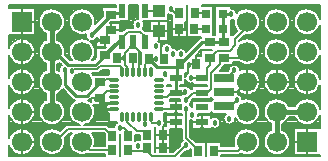
<source format=gtl>
G04 DipTrace Beta 2.3.5.2*
%INLulfroMini.GTL*%
%MOIN*%
%ADD13C,0.015*%
%ADD14C,0.01*%
%ADD15C,0.012*%
%ADD16C,0.006*%
%ADD18C,0.007*%
%ADD23R,0.0354X0.0276*%
%ADD24R,0.0276X0.0354*%
%ADD27R,0.0394X0.0433*%
%ADD28R,0.0315X0.0315*%
%ADD29R,0.0217X0.0472*%
%ADD30R,0.0669X0.0669*%
%ADD31C,0.0669*%
%ADD33O,0.0335X0.0118*%
%ADD34O,0.0118X0.0335*%
%ADD36R,0.0433X0.0236*%
%ADD41C,0.018*%
%FSLAX44Y44*%
G04*
G70*
G90*
G75*
G01*
%LNTop*%
%LPD*%
X1625Y3625D2*
D14*
X1710Y3540D1*
Y3650D1*
X2180Y3180D1*
X3080D1*
X3290Y3390D1*
Y3508D1*
X3400D1*
D15*
X3852Y3960D1*
X3970D1*
D16*
X4020Y4010D1*
Y4160D1*
X4150Y4290D1*
X4560D1*
X4718Y4132D1*
Y3960D1*
X9125Y625D2*
D13*
Y1625D1*
X10125D1*
X1625Y4625D2*
Y3625D1*
Y2625D1*
Y1625D1*
X2625Y625D2*
D16*
X2890Y360D1*
X3638D1*
X4150D2*
Y300D1*
X4808D1*
Y410D1*
Y312D2*
X4970Y150D1*
X5740D1*
X6090Y500D1*
X4152Y820D2*
X4180D1*
Y950D1*
X4040Y1090D1*
X3890D1*
X3600Y4350D2*
X3470Y4220D1*
Y4020D1*
X3400D1*
X5190Y4311D2*
Y4320D1*
X5510D1*
X5562Y4372D1*
Y4390D1*
X5870D1*
X3694Y1710D2*
D14*
X3220D1*
Y1907D1*
X3694D1*
Y2301D2*
D16*
Y2300D1*
X3480D1*
X3220Y2040D1*
Y1907D1*
X5750Y1766D2*
Y1740D1*
Y1540D1*
Y1274D1*
X5190Y1710D2*
X5690D1*
X5720Y1740D1*
X5750D1*
X5320Y410D2*
Y850D1*
X7375Y2278D2*
X7788D1*
X8125Y2615D1*
Y2625D1*
X9125D1*
X10125D1*
X4540Y2950D2*
Y3660D1*
X4344Y3856D1*
Y3960D1*
X5370Y3390D2*
X5280Y3480D1*
Y3910D1*
X5190Y4000D1*
Y4311D1*
X5750Y1540D2*
D3*
X4147Y2950D2*
X4140Y2957D1*
Y3100D1*
X4060Y3180D1*
Y3420D1*
X4040D1*
X4060D2*
Y3590D1*
X4344Y3874D1*
Y3960D1*
X3110Y2050D2*
X3154Y2094D1*
X3224D1*
X3220Y1907D2*
Y2090D1*
X3110D1*
Y2050D1*
X4040Y3420D2*
D14*
X3808D1*
X6090Y4550D2*
X6050D1*
Y4390D1*
X5870D1*
X3140Y4020D2*
X3400D1*
X5610Y5040D2*
D16*
X5880Y4770D1*
Y4920D1*
X3950Y2950D2*
Y3080D1*
X3890Y3140D1*
X3240D1*
X3140Y3040D1*
X2370D1*
X2310Y2980D1*
X2300D1*
X8125Y625D2*
X7830Y330D1*
X7022D1*
X6392Y4920D2*
X6750D1*
Y4875D1*
X4147Y1454D2*
Y1293D1*
X4450Y990D1*
X4668D1*
X4808Y850D1*
X4344Y2950D2*
Y3396D1*
X4320Y3420D1*
X6382Y4390D2*
X6750D1*
Y4375D1*
X4718Y4984D2*
X5186D1*
X5190Y4980D1*
X1625Y625D2*
X1735D1*
X2160Y1050D1*
X3410D1*
X3640Y820D1*
X7710Y3000D2*
X7720D1*
X7375Y2655D1*
Y2750D1*
X7790Y2010D2*
X7550Y1770D1*
X7440D1*
Y1740D1*
X7375Y1805D1*
X6510Y330D2*
X6520D1*
X6110Y740D1*
Y1710D1*
X4737Y1454D2*
X4720D1*
Y1200D1*
X8125Y4625D2*
Y4435D1*
X7730Y4040D1*
Y3840D1*
X7550Y3660D1*
X7140D1*
X6900Y3420D1*
Y3190D1*
X6800Y3090D1*
Y2820D1*
X6730Y2750D1*
X6616D1*
X6270D1*
X7380Y3420D2*
X7920D1*
X8125Y3625D1*
X7380Y3420D2*
X7240D1*
Y3210D1*
X6930Y2900D1*
Y2380D1*
X6800Y2250D1*
X6624D1*
X6616Y2258D1*
X6338D1*
X6090Y2010D1*
X5190Y1260D2*
X4980D1*
X4934Y1306D1*
Y1454D1*
X3600Y4862D2*
D14*
X3658Y4920D1*
X3970D1*
Y4984D1*
X5750Y2750D2*
Y2258D1*
X5910Y3210D2*
X5800Y3100D1*
Y2750D1*
X5750D1*
X4858Y3390D2*
D16*
X4920D1*
X4737Y3207D1*
Y2950D1*
X7341Y4875D2*
D14*
Y4375D1*
X5190Y2104D2*
D16*
X5454D1*
X5608Y2258D1*
X5750D1*
X6070Y2290D2*
D14*
X6038Y2258D1*
X5750D1*
X4858Y3390D2*
X5148Y3100D1*
X5800D1*
X5910Y3210D2*
X6632Y3932D1*
X6900D1*
X7600Y4870D2*
D16*
X7595Y4875D1*
D14*
X7341D1*
X5910Y3210D2*
X5890D1*
X3600Y4862D2*
X2950Y4212D1*
Y4170D1*
X5090Y3390D2*
D16*
X4858D1*
X2060Y3010D2*
D14*
Y2520D1*
X2420Y2160D1*
X2790D1*
X3170Y2540D1*
X3224D1*
Y2606D1*
X3694Y2694D2*
D16*
X3688Y2700D1*
X3430D1*
X3336Y2606D1*
X3224D1*
X6900Y3932D2*
D14*
X7380D1*
D16*
X7341Y3971D1*
D14*
Y4375D1*
X5090Y3390D2*
X4858D1*
D41*
X6090Y500D3*
X3890Y1090D3*
X7545Y1395D3*
X6298Y1530D3*
X7050Y1260D3*
X4511Y4531D3*
X5610Y5040D3*
X2300Y2980D3*
X7790Y2010D3*
X6110Y1710D3*
X5102Y3800D3*
X5460Y3710D3*
X5680Y3550D3*
X4720Y1200D3*
X6270Y2750D3*
X4720Y1200D3*
X6090Y2010D3*
X5190Y1260D3*
X4511Y490D3*
X5930Y3540D3*
X6070Y2290D3*
X5890Y3210D3*
X2950Y4170D3*
X2060Y3010D3*
X2950Y4170D3*
X7710Y3000D3*
X7600Y4870D3*
X5090Y3390D3*
X6190Y3190D3*
X3090Y5090D3*
X4040Y3420D3*
X3140Y4020D3*
X6090Y4550D3*
X5750Y1540D3*
X6620Y1040D3*
X3040Y1330D3*
X4460Y5050D3*
X3110Y2050D3*
X5600Y380D3*
X7090Y690D3*
X6290Y2500D3*
X202Y5111D2*
D18*
X3748D1*
X4193D2*
X4495D1*
X7022D2*
X7068D1*
X7613D2*
X10549D1*
X1074Y5043D2*
X1473D1*
X1778D2*
X2472D1*
X2777D2*
X3308D1*
X4193D2*
X4495D1*
X7022D2*
X7068D1*
X7703D2*
X7973D1*
X8278D2*
X8972D1*
X9277D2*
X9972D1*
X10278D2*
X10549D1*
X1074Y4974D2*
X1346D1*
X1903D2*
X2347D1*
X2904D2*
X3308D1*
X4193D2*
X4495D1*
X7022D2*
X7068D1*
X7776D2*
X7846D1*
X8403D2*
X8847D1*
X9404D2*
X9846D1*
X10404D2*
X10549D1*
X1074Y4905D2*
X1276D1*
X1974D2*
X2275D1*
X2974D2*
X3308D1*
X4193D2*
X4495D1*
X7022D2*
X7068D1*
X8475D2*
X8776D1*
X9474D2*
X9775D1*
X10474D2*
X10549D1*
X1074Y4837D2*
X1230D1*
X2020D2*
X2229D1*
X3020D2*
X3308D1*
X4193D2*
X4495D1*
X5502D2*
X5611D1*
X7022D2*
X7068D1*
X8521D2*
X8730D1*
X9520D2*
X9729D1*
X10521D2*
X10549D1*
X1074Y4768D2*
X1199D1*
X2051D2*
X2199D1*
X3051D2*
X3276D1*
X4193D2*
X4495D1*
X5502D2*
X5628D1*
X7022D2*
X7068D1*
X8551D2*
X8699D1*
X9551D2*
X9700D1*
X1074Y4699D2*
X1182D1*
X2068D2*
X2182D1*
X3068D2*
X3207D1*
X4193D2*
X4401D1*
X5502D2*
X5628D1*
X7022D2*
X7068D1*
X8568D2*
X8682D1*
X9568D2*
X9682D1*
X1074Y4630D2*
X1176D1*
X2074D2*
X2176D1*
X3075D2*
X3138D1*
X3892D2*
X4333D1*
X4689D2*
X4879D1*
X5502D2*
X5618D1*
X7022D2*
X7068D1*
X7613D2*
X7675D1*
X8574D2*
X8676D1*
X9574D2*
X9676D1*
X1074Y4562D2*
X1181D1*
X2070D2*
X2180D1*
X3892D2*
X4309D1*
X4713D2*
X4879D1*
X5502D2*
X5618D1*
X7022D2*
X7068D1*
X7613D2*
X7681D1*
X8570D2*
X8680D1*
X9569D2*
X9680D1*
X1074Y4493D2*
X1196D1*
X2054D2*
X2196D1*
X3892D2*
X4310D1*
X4712D2*
X4879D1*
X5502D2*
X5618D1*
X7022D2*
X7068D1*
X7613D2*
X7696D1*
X8554D2*
X8696D1*
X9554D2*
X9695D1*
X1074Y4424D2*
X1223D1*
X2026D2*
X2224D1*
X3892D2*
X4113D1*
X4685D2*
X4879D1*
X5502D2*
X5618D1*
X7022D2*
X7068D1*
X7613D2*
X7723D1*
X8526D2*
X8724D1*
X9527D2*
X9724D1*
X10526D2*
X10549D1*
X1074Y4356D2*
X1267D1*
X1983D2*
X2267D1*
X3892D2*
X4014D1*
X4696D2*
X4879D1*
X5502D2*
X5618D1*
X7022D2*
X7068D1*
X7613D2*
X7767D1*
X8483D2*
X8767D1*
X9483D2*
X9768D1*
X10483D2*
X10549D1*
X1074Y4287D2*
X1333D1*
X1918D2*
X2332D1*
X5502D2*
X5618D1*
X7022D2*
X7068D1*
X7613D2*
X7776D1*
X8418D2*
X8832D1*
X9417D2*
X9832D1*
X10417D2*
X10549D1*
X1074Y4218D2*
X1435D1*
X1815D2*
X2444D1*
X5502D2*
X5618D1*
X7022D2*
X7068D1*
X7613D2*
X7707D1*
X8306D2*
X8944D1*
X9306D2*
X9944D1*
X10306D2*
X10549D1*
X202Y4150D2*
X1435D1*
X1815D2*
X2747D1*
X5502D2*
X5618D1*
X8041D2*
X10549D1*
X202Y4081D2*
X1435D1*
X1815D2*
X2767D1*
X5502D2*
X6574D1*
X7973D2*
X10549D1*
X202Y4012D2*
X404D1*
X846D2*
X1405D1*
X1845D2*
X2404D1*
X3076D2*
X3108D1*
X5502D2*
X6482D1*
X8346D2*
X8905D1*
X9345D2*
X9904D1*
X10346D2*
X10549D1*
X202Y3944D2*
X311D1*
X939D2*
X1311D1*
X1938D2*
X2312D1*
X2939D2*
X3108D1*
X5245D2*
X6414D1*
X8438D2*
X8812D1*
X9439D2*
X9811D1*
X10439D2*
X10549D1*
X202Y3875D2*
X253D1*
X997D2*
X1253D1*
X1997D2*
X2254D1*
X2997D2*
X3108D1*
X5292D2*
X5344D1*
X5576D2*
X6345D1*
X8496D2*
X8753D1*
X9497D2*
X9753D1*
X10497D2*
X10549D1*
X1036Y3806D2*
X1214D1*
X2036D2*
X2214D1*
X3035D2*
X3108D1*
X5640D2*
X6276D1*
X8536D2*
X8714D1*
X9536D2*
X9714D1*
X1060Y3738D2*
X1190D1*
X2060D2*
X2190D1*
X3059D2*
X3108D1*
X5749D2*
X5917D1*
X5943D2*
X6207D1*
X8560D2*
X8690D1*
X9560D2*
X9690D1*
X1072Y3669D2*
X1178D1*
X2072D2*
X2178D1*
X3073D2*
X3107D1*
X6087D2*
X6139D1*
X6599D2*
X6947D1*
X8572D2*
X8678D1*
X9572D2*
X9678D1*
X1073Y3600D2*
X1176D1*
X2074D2*
X2176D1*
X3074D2*
X3108D1*
X4572D2*
X4606D1*
X6530D2*
X6608D1*
X8574D2*
X8676D1*
X9574D2*
X9677D1*
X1064Y3531D2*
X1186D1*
X2064D2*
X2186D1*
X3064D2*
X3108D1*
X4572D2*
X4606D1*
X6461D2*
X6608D1*
X8564D2*
X8686D1*
X9564D2*
X9686D1*
X1044Y3463D2*
X1207D1*
X2128D2*
X2207D1*
X3043D2*
X3108D1*
X4572D2*
X4606D1*
X8543D2*
X8707D1*
X9543D2*
X9706D1*
X202Y3394D2*
X241D1*
X1010D2*
X1241D1*
X2195D2*
X2240D1*
X3009D2*
X3064D1*
X4572D2*
X4606D1*
X8510D2*
X8741D1*
X9509D2*
X9740D1*
X10509D2*
X10549D1*
X202Y3325D2*
X292D1*
X957D2*
X1292D1*
X4572D2*
X4606D1*
X8457D2*
X8793D1*
X9458D2*
X9793D1*
X10458D2*
X10549D1*
X202Y3257D2*
X373D1*
X877D2*
X1373D1*
X4572D2*
X4602D1*
X7672D2*
X7873D1*
X8377D2*
X8873D1*
X9377D2*
X9873D1*
X10377D2*
X10549D1*
X202Y3188D2*
X549D1*
X700D2*
X1435D1*
X1815D2*
X1942D1*
X7778D2*
X8049D1*
X8201D2*
X9049D1*
X9201D2*
X10050D1*
X10201D2*
X10549D1*
X202Y3119D2*
X1435D1*
X1815D2*
X1888D1*
X7350D2*
X7545D1*
X7874D2*
X10549D1*
X202Y3051D2*
X498D1*
X752D2*
X1435D1*
X1815D2*
X1859D1*
X7282D2*
X7512D1*
X7908D2*
X7998D1*
X8253D2*
X8998D1*
X9252D2*
X9998D1*
X10252D2*
X10549D1*
X202Y2982D2*
X357D1*
X893D2*
X1357D1*
X3284D2*
X3528D1*
X8394D2*
X8857D1*
X9393D2*
X9857D1*
X10393D2*
X10549D1*
X202Y2913D2*
X283D1*
X967D2*
X1282D1*
X3201D2*
X3528D1*
X5362D2*
X5419D1*
X6081D2*
X6152D1*
X8467D2*
X8782D1*
X9468D2*
X9783D1*
X10467D2*
X10549D1*
X202Y2845D2*
X234D1*
X1016D2*
X1234D1*
X5377D2*
X5419D1*
X8516D2*
X8734D1*
X9516D2*
X9734D1*
X10516D2*
X10549D1*
X1048Y2776D2*
X1202D1*
X8548D2*
X8702D1*
X9548D2*
X9702D1*
X1067Y2707D2*
X1184D1*
X8566D2*
X8684D1*
X9566D2*
X9683D1*
X1074Y2639D2*
X1176D1*
X8574D2*
X8676D1*
X9574D2*
X9676D1*
X1071Y2570D2*
X1179D1*
X6081D2*
X6181D1*
X8571D2*
X8679D1*
X9571D2*
X9679D1*
X1057Y2501D2*
X1194D1*
X5472D2*
X5585D1*
X5915D2*
X6785D1*
X8557D2*
X8694D1*
X9556D2*
X9693D1*
X1031Y2432D2*
X1220D1*
X6214D2*
X6285D1*
X8530D2*
X8720D1*
X9530D2*
X9719D1*
X202Y2364D2*
X261D1*
X989D2*
X1262D1*
X8489D2*
X8761D1*
X9488D2*
X9761D1*
X10489D2*
X10549D1*
X202Y2295D2*
X323D1*
X927D2*
X1324D1*
X1926D2*
X2054D1*
X8426D2*
X8824D1*
X9426D2*
X9823D1*
X10427D2*
X10549D1*
X202Y2226D2*
X426D1*
X824D2*
X1427D1*
X1823D2*
X2123D1*
X7824D2*
X7926D1*
X8324D2*
X8927D1*
X9323D2*
X9926D1*
X10324D2*
X10549D1*
X202Y2158D2*
X1435D1*
X1815D2*
X2192D1*
X7929D2*
X10549D1*
X202Y2089D2*
X1435D1*
X1815D2*
X2261D1*
X7978D2*
X10549D1*
X202Y2020D2*
X419D1*
X830D2*
X1420D1*
X1830D2*
X2340D1*
X2870D2*
X2933D1*
X5572D2*
X5886D1*
X6302D2*
X6959D1*
X8330D2*
X8920D1*
X9330D2*
X9920D1*
X10331D2*
X10549D1*
X202Y1952D2*
X320D1*
X930D2*
X1319D1*
X1931D2*
X2320D1*
X8430D2*
X8819D1*
X9431D2*
X9820D1*
X10430D2*
X10549D1*
X202Y1883D2*
X259D1*
X991D2*
X1258D1*
X1991D2*
X2259D1*
X6249D2*
X6285D1*
X8491D2*
X8759D1*
X9492D2*
X9759D1*
X10491D2*
X10549D1*
X1032Y1814D2*
X1218D1*
X2031D2*
X2219D1*
X3032D2*
X3440D1*
X8531D2*
X8719D1*
X9532D2*
X9718D1*
X1058Y1746D2*
X1193D1*
X2058D2*
X2192D1*
X3057D2*
X3416D1*
X8558D2*
X8692D1*
X1071Y1677D2*
X1178D1*
X2072D2*
X2179D1*
X3071D2*
X3415D1*
X8571D2*
X8678D1*
X1074Y1608D2*
X1176D1*
X2074D2*
X2176D1*
X3074D2*
X3447D1*
X8574D2*
X8676D1*
X1066Y1540D2*
X1184D1*
X2066D2*
X2184D1*
X3066D2*
X3528D1*
X5362D2*
X5966D1*
X6503D2*
X7403D1*
X8566D2*
X8684D1*
X1047Y1471D2*
X1204D1*
X2047D2*
X2203D1*
X3046D2*
X3528D1*
X5362D2*
X5419D1*
X6948D2*
X7356D1*
X8547D2*
X8703D1*
X202Y1402D2*
X236D1*
X1014D2*
X1236D1*
X2014D2*
X2236D1*
X3015D2*
X3528D1*
X5362D2*
X5419D1*
X7194D2*
X7341D1*
X8514D2*
X8736D1*
X9514D2*
X9736D1*
X10514D2*
X10549D1*
X202Y1333D2*
X285D1*
X965D2*
X1286D1*
X1965D2*
X2285D1*
X2964D2*
X3528D1*
X5380D2*
X5419D1*
X7241D2*
X7350D1*
X7740D2*
X7786D1*
X8465D2*
X8785D1*
X9464D2*
X9785D1*
X10465D2*
X10549D1*
X202Y1265D2*
X361D1*
X888D2*
X1361D1*
X1889D2*
X2362D1*
X2889D2*
X3790D1*
X5395D2*
X5419D1*
X6254D2*
X6285D1*
X7255D2*
X7390D1*
X7700D2*
X7861D1*
X8388D2*
X8861D1*
X9389D2*
X9862D1*
X10389D2*
X10549D1*
X202Y1196D2*
X510D1*
X741D2*
X1510D1*
X1740D2*
X2509D1*
X2740D2*
X3716D1*
X5384D2*
X5420D1*
X6254D2*
X6285D1*
X7244D2*
X8010D1*
X8241D2*
X8935D1*
X9315D2*
X10009D1*
X10240D2*
X10549D1*
X202Y1127D2*
X2036D1*
X3534D2*
X3689D1*
X6254D2*
X6285D1*
X7204D2*
X8935D1*
X9315D2*
X10549D1*
X202Y1059D2*
X531D1*
X719D2*
X1532D1*
X1718D2*
X1967D1*
X6254D2*
X6285D1*
X6948D2*
X8032D1*
X8219D2*
X8935D1*
X9315D2*
X9676D1*
X202Y990D2*
X368D1*
X882D2*
X1369D1*
X5573D2*
X5966D1*
X6254D2*
X7868D1*
X8382D2*
X8869D1*
X9381D2*
X9676D1*
X202Y921D2*
X289D1*
X961D2*
X1290D1*
X5573D2*
X5966D1*
X6254D2*
X7790D1*
X8460D2*
X8790D1*
X9460D2*
X9676D1*
X202Y853D2*
X239D1*
X1011D2*
X1239D1*
X2165D2*
X2239D1*
X3011D2*
X3388D1*
X4405D2*
X4434D1*
X5573D2*
X5966D1*
X6254D2*
X7739D1*
X8511D2*
X8738D1*
X9511D2*
X9676D1*
X1045Y784D2*
X1206D1*
X2096D2*
X2205D1*
X3045D2*
X3388D1*
X4405D2*
X4556D1*
X5573D2*
X5966D1*
X6267D2*
X7705D1*
X8545D2*
X8706D1*
X9544D2*
X9676D1*
X1066Y715D2*
X1185D1*
X2065D2*
X2185D1*
X3065D2*
X3388D1*
X4405D2*
X4556D1*
X5573D2*
X5968D1*
X6336D2*
X7685D1*
X8565D2*
X8685D1*
X9565D2*
X9676D1*
X1074Y647D2*
X1176D1*
X2074D2*
X2176D1*
X3074D2*
X3388D1*
X5573D2*
X5950D1*
X6405D2*
X7676D1*
X8574D2*
X8676D1*
X9574D2*
X9676D1*
X1072Y578D2*
X1178D1*
X2072D2*
X2178D1*
X3071D2*
X3386D1*
X5573D2*
X5901D1*
X7275D2*
X7679D1*
X8572D2*
X8678D1*
X9572D2*
X9676D1*
X1059Y509D2*
X1192D1*
X2059D2*
X2191D1*
X3059D2*
X3386D1*
X5573D2*
X5886D1*
X7275D2*
X7691D1*
X8559D2*
X8691D1*
X9558D2*
X9676D1*
X1034Y441D2*
X1216D1*
X2033D2*
X2216D1*
X5573D2*
X5829D1*
X8534D2*
X8717D1*
X9534D2*
X9676D1*
X202Y372D2*
X255D1*
X994D2*
X1255D1*
X1995D2*
X2256D1*
X5573D2*
X5760D1*
X8494D2*
X8755D1*
X9495D2*
X9676D1*
X202Y303D2*
X314D1*
X935D2*
X1315D1*
X1935D2*
X2315D1*
X5573D2*
X5691D1*
X6115D2*
X6258D1*
X8435D2*
X8815D1*
X9435D2*
X9676D1*
X202Y234D2*
X411D1*
X840D2*
X1410D1*
X1840D2*
X2410D1*
X6026D2*
X6258D1*
X8340D2*
X8910D1*
X9340D2*
X9676D1*
X202Y166D2*
X3386D1*
X5958D2*
X6258D1*
X7275D2*
X10549D1*
X3429Y3774D2*
X3115D1*
Y4061D1*
X3100Y4041D1*
X3075Y4017D1*
X3046Y3997D1*
X3015Y3983D1*
X2981Y3975D1*
X2946Y3972D1*
X2911Y3976D1*
X2883Y3984D1*
X2925Y3950D1*
X2973Y3899D1*
X3011Y3840D1*
X3041Y3777D1*
X3059Y3709D1*
X3067Y3640D1*
X3066Y3590D1*
X3055Y3521D1*
X3033Y3455D1*
X3001Y3392D1*
X2962Y3339D1*
X3015Y3338D1*
X3115Y3438D1*
Y3754D1*
X3409D1*
X3557Y4596D2*
X3885D1*
Y4304D1*
X3969D1*
X4053Y4387D1*
X4080Y4409D1*
X4112Y4423D1*
X4150Y4428D1*
X4341D1*
X4323Y4471D1*
X4315Y4505D1*
X4313Y4540D1*
X4318Y4574D1*
X4329Y4608D1*
X4345Y4638D1*
X4366Y4666D1*
X4392Y4689D1*
X4422Y4708D1*
X4455Y4721D1*
X4489Y4728D1*
X4503D1*
X4502Y4850D1*
Y5181D1*
X4430Y5180D1*
X4186D1*
Y4640D1*
X3885D1*
Y4616D1*
X3578D1*
X3556Y4595D1*
X3350Y5107D2*
X3754D1*
Y5181D1*
X3590Y5180D1*
X195D1*
X197Y5067D1*
X1067D1*
Y4183D1*
X195D1*
X196Y3732D1*
X213Y3785D1*
X236Y3836D1*
X266Y3883D1*
X301Y3927D1*
X342Y3965D1*
X387Y3998D1*
X436Y4025D1*
X488Y4046D1*
X543Y4060D1*
X598Y4067D1*
X654Y4066D1*
X710Y4059D1*
X764Y4045D1*
X816Y4024D1*
X864Y3997D1*
X910Y3964D1*
X950Y3925D1*
X985Y3882D1*
X1015Y3834D1*
X1038Y3783D1*
X1055Y3730D1*
X1065Y3675D1*
X1067Y3618D1*
X1063Y3562D1*
X1052Y3507D1*
X1033Y3455D1*
X1009Y3404D1*
X978Y3358D1*
X941Y3315D1*
X899Y3278D1*
X853Y3246D1*
X804Y3220D1*
X751Y3201D1*
X697Y3188D1*
X641Y3183D1*
X585Y3184D1*
X530Y3193D1*
X476Y3208D1*
X425Y3231D1*
X376Y3259D1*
X332Y3293D1*
X293Y3333D1*
X258Y3377D1*
X230Y3425D1*
X208Y3477D1*
X195Y3522D1*
X196Y2732D1*
X213Y2785D1*
X236Y2836D1*
X266Y2883D1*
X301Y2927D1*
X342Y2965D1*
X387Y2998D1*
X436Y3025D1*
X488Y3046D1*
X543Y3060D1*
X598Y3067D1*
X654Y3066D1*
X710Y3059D1*
X764Y3045D1*
X816Y3024D1*
X864Y2997D1*
X910Y2964D1*
X950Y2925D1*
X985Y2882D1*
X1015Y2834D1*
X1038Y2783D1*
X1055Y2730D1*
X1065Y2675D1*
X1067Y2618D1*
X1063Y2562D1*
X1052Y2507D1*
X1033Y2455D1*
X1009Y2404D1*
X978Y2358D1*
X941Y2315D1*
X899Y2278D1*
X853Y2246D1*
X804Y2220D1*
X751Y2201D1*
X697Y2188D1*
X641Y2183D1*
X585Y2184D1*
X530Y2193D1*
X476Y2208D1*
X425Y2231D1*
X376Y2259D1*
X332Y2293D1*
X293Y2333D1*
X258Y2377D1*
X230Y2425D1*
X208Y2477D1*
X195Y2520D1*
X196Y1732D1*
X213Y1785D1*
X236Y1836D1*
X266Y1883D1*
X301Y1927D1*
X342Y1965D1*
X387Y1998D1*
X436Y2025D1*
X488Y2046D1*
X543Y2060D1*
X598Y2067D1*
X654Y2066D1*
X710Y2059D1*
X764Y2045D1*
X816Y2024D1*
X864Y1997D1*
X910Y1964D1*
X950Y1925D1*
X985Y1882D1*
X1015Y1834D1*
X1038Y1783D1*
X1055Y1730D1*
X1065Y1675D1*
X1067Y1618D1*
X1063Y1562D1*
X1052Y1507D1*
X1033Y1455D1*
X1009Y1404D1*
X978Y1358D1*
X941Y1315D1*
X899Y1278D1*
X853Y1246D1*
X804Y1220D1*
X751Y1201D1*
X697Y1188D1*
X641Y1183D1*
X585Y1184D1*
X530Y1193D1*
X476Y1208D1*
X425Y1231D1*
X376Y1259D1*
X332Y1293D1*
X293Y1333D1*
X258Y1377D1*
X230Y1425D1*
X208Y1477D1*
X195Y1522D1*
X196Y732D1*
X213Y785D1*
X236Y836D1*
X266Y883D1*
X301Y927D1*
X342Y965D1*
X387Y998D1*
X436Y1025D1*
X488Y1046D1*
X543Y1060D1*
X598Y1067D1*
X654Y1066D1*
X710Y1059D1*
X764Y1045D1*
X816Y1024D1*
X864Y997D1*
X910Y964D1*
X950Y925D1*
X985Y882D1*
X1015Y834D1*
X1038Y783D1*
X1055Y730D1*
X1065Y675D1*
X1067Y618D1*
X1063Y562D1*
X1052Y507D1*
X1033Y455D1*
X1009Y404D1*
X978Y358D1*
X941Y315D1*
X899Y278D1*
X853Y246D1*
X804Y220D1*
X751Y201D1*
X697Y188D1*
X641Y183D1*
X585Y184D1*
X530Y193D1*
X476Y208D1*
X425Y231D1*
X376Y259D1*
X332Y293D1*
X293Y333D1*
X258Y377D1*
X230Y425D1*
X208Y477D1*
X195Y522D1*
Y145D1*
X3393D1*
Y223D1*
X2890Y222D1*
X2854Y227D1*
X2823Y229D1*
X2758Y203D1*
X2690Y187D1*
X2620Y183D1*
X2550Y189D1*
X2483Y206D1*
X2418Y234D1*
X2359Y271D1*
X2307Y318D1*
X2262Y371D1*
X2227Y432D1*
X2202Y497D1*
X2187Y565D1*
X2183Y635D1*
X2190Y705D1*
X2208Y772D1*
X2236Y836D1*
X2274Y895D1*
X2289Y912D1*
X2217D1*
X2051Y746D1*
X2065Y675D1*
X2067Y625D1*
X2062Y555D1*
X2045Y487D1*
X2019Y423D1*
X1982Y363D1*
X1936Y310D1*
X1883Y265D1*
X1823Y229D1*
X1758Y203D1*
X1690Y187D1*
X1620Y183D1*
X1550Y189D1*
X1483Y206D1*
X1418Y234D1*
X1359Y271D1*
X1307Y318D1*
X1262Y371D1*
X1227Y432D1*
X1202Y497D1*
X1187Y565D1*
X1183Y635D1*
X1190Y705D1*
X1208Y772D1*
X1236Y836D1*
X1274Y895D1*
X1321Y947D1*
X1376Y990D1*
X1436Y1025D1*
X1502Y1050D1*
X1570Y1064D1*
X1640Y1067D1*
X1710Y1059D1*
X1777Y1041D1*
X1840Y1011D1*
X1892Y977D1*
X2063Y1147D1*
X2090Y1169D1*
X2122Y1183D1*
X2160Y1188D1*
X2550Y1189D1*
X2483Y1206D1*
X2418Y1234D1*
X2359Y1271D1*
X2307Y1318D1*
X2262Y1371D1*
X2227Y1432D1*
X2202Y1497D1*
X2187Y1565D1*
X2183Y1635D1*
X2190Y1705D1*
X2208Y1772D1*
X2236Y1836D1*
X2274Y1895D1*
X2321Y1947D1*
X2376Y1990D1*
X2397Y2004D1*
X2352Y2017D1*
X2313Y2044D1*
X1986Y2371D1*
X1960Y2336D1*
X1910Y2287D1*
X1853Y2246D1*
X1808Y2222D1*
X1809Y2027D1*
X1870Y1993D1*
X1925Y1950D1*
X1973Y1899D1*
X2011Y1840D1*
X2041Y1777D1*
X2059Y1709D1*
X2067Y1640D1*
X2066Y1590D1*
X2055Y1521D1*
X2033Y1455D1*
X2001Y1392D1*
X1960Y1336D1*
X1910Y1287D1*
X1853Y1246D1*
X1791Y1215D1*
X1724Y1194D1*
X1655Y1184D1*
X1585D1*
X1516Y1196D1*
X1450Y1219D1*
X1388Y1251D1*
X1332Y1293D1*
X1284Y1344D1*
X1244Y1401D1*
X1213Y1464D1*
X1193Y1531D1*
X1183Y1600D1*
X1185Y1670D1*
X1197Y1739D1*
X1221Y1805D1*
X1254Y1866D1*
X1297Y1922D1*
X1347Y1970D1*
X1405Y2009D1*
X1443Y2028D1*
X1442Y2150D1*
Y2223D1*
X1388Y2251D1*
X1332Y2293D1*
X1284Y2344D1*
X1244Y2401D1*
X1213Y2464D1*
X1193Y2531D1*
X1183Y2600D1*
X1185Y2670D1*
X1197Y2739D1*
X1221Y2805D1*
X1254Y2866D1*
X1297Y2922D1*
X1347Y2970D1*
X1405Y3009D1*
X1443Y3028D1*
X1442Y3150D1*
Y3223D1*
X1388Y3251D1*
X1332Y3293D1*
X1284Y3344D1*
X1244Y3401D1*
X1213Y3464D1*
X1193Y3531D1*
X1183Y3600D1*
X1185Y3670D1*
X1197Y3739D1*
X1221Y3805D1*
X1254Y3866D1*
X1297Y3922D1*
X1347Y3970D1*
X1405Y4009D1*
X1443Y4028D1*
X1442Y4150D1*
Y4223D1*
X1388Y4251D1*
X1332Y4293D1*
X1284Y4344D1*
X1244Y4401D1*
X1213Y4464D1*
X1193Y4531D1*
X1183Y4600D1*
X1185Y4670D1*
X1197Y4739D1*
X1221Y4805D1*
X1254Y4866D1*
X1297Y4922D1*
X1347Y4970D1*
X1405Y5009D1*
X1468Y5039D1*
X1536Y5058D1*
X1605Y5067D1*
X1675Y5065D1*
X1744Y5051D1*
X1809Y5027D1*
X1870Y4993D1*
X1925Y4950D1*
X1973Y4899D1*
X2011Y4840D1*
X2041Y4777D1*
X2059Y4709D1*
X2067Y4640D1*
X2066Y4590D1*
X2055Y4521D1*
X2033Y4455D1*
X2001Y4392D1*
X1960Y4336D1*
X1910Y4287D1*
X1853Y4246D1*
X1808Y4222D1*
X1809Y4027D1*
X1870Y3993D1*
X1925Y3950D1*
X1973Y3899D1*
X2011Y3840D1*
X2041Y3777D1*
X2059Y3709D1*
X2067Y3640D1*
X2066Y3590D1*
X2056Y3526D1*
X2246Y3337D1*
X2288Y3338D1*
X2262Y3371D1*
X2227Y3432D1*
X2202Y3497D1*
X2187Y3565D1*
X2183Y3635D1*
X2190Y3705D1*
X2208Y3772D1*
X2236Y3836D1*
X2274Y3895D1*
X2321Y3947D1*
X2376Y3990D1*
X2436Y4025D1*
X2502Y4050D1*
X2570Y4064D1*
X2640Y4067D1*
X2710Y4059D1*
X2777Y4041D1*
X2818Y4023D1*
X2794Y4048D1*
X2775Y4077D1*
X2762Y4110D1*
X2754Y4144D1*
X2752Y4179D1*
X2755Y4201D1*
X2690Y4187D1*
X2620Y4183D1*
X2550Y4189D1*
X2483Y4206D1*
X2418Y4234D1*
X2359Y4271D1*
X2307Y4318D1*
X2262Y4371D1*
X2227Y4432D1*
X2202Y4497D1*
X2187Y4565D1*
X2183Y4635D1*
X2190Y4705D1*
X2208Y4772D1*
X2236Y4836D1*
X2274Y4895D1*
X2321Y4947D1*
X2376Y4990D1*
X2436Y5025D1*
X2502Y5050D1*
X2570Y5064D1*
X2640Y5067D1*
X2710Y5059D1*
X2777Y5041D1*
X2840Y5011D1*
X2899Y4973D1*
X2950Y4925D1*
X2993Y4870D1*
X3027Y4809D1*
X3051Y4744D1*
X3065Y4675D1*
X3067Y4625D1*
X3062Y4555D1*
X3061Y4546D1*
X3316Y4801D1*
X3315Y5107D1*
X3350D1*
X6156Y3234D2*
Y2925D1*
X6074D1*
Y2778D1*
X6088Y2827D1*
X6104Y2857D1*
X6125Y2885D1*
X6151Y2908D1*
X6176Y2925D1*
Y3253D1*
X6155Y3232D1*
X6418Y3495D2*
X6615D1*
Y3666D1*
X6951D1*
X6972Y3687D1*
X6615Y3686D1*
Y3692D1*
X6418Y3495D1*
X5343Y1135D2*
X5426D1*
Y1500D1*
X5972D1*
Y1540D1*
X5426D1*
X5424Y1601D1*
X5399Y1577D1*
X5369Y1559D1*
X5355Y1553D1*
Y1368D1*
X5369Y1345D1*
X5381Y1312D1*
X5388Y1260D1*
X5385Y1225D1*
X5376Y1191D1*
X5361Y1160D1*
X5342Y1134D1*
X5566Y1048D2*
Y288D1*
X5682D1*
X5892Y497D1*
X5897Y543D1*
X5908Y577D1*
X5924Y607D1*
X5945Y635D1*
X5971Y658D1*
X5991Y670D1*
X5980Y693D1*
X5972Y740D1*
Y1047D1*
X5565Y1048D1*
X5075Y565D2*
X5074Y1099D1*
X5054Y1100D1*
X5053Y565D1*
X5054Y450D1*
Y287D1*
X5074Y293D1*
X5075Y695D1*
X5054D1*
Y555D1*
X4563Y680D2*
Y853D1*
X4450Y852D1*
X4414Y857D1*
X4397Y860D1*
Y651D1*
X4422Y667D1*
X4455Y680D1*
X4489Y687D1*
X4524D1*
X4564Y680D1*
X4563Y695D1*
X4564D1*
X4566Y3616D2*
Y3223D1*
X4600Y3214D1*
X4602Y3232D1*
X4613Y3267D1*
Y3616D1*
X4566D1*
X4074Y3208D2*
Y3615D1*
X4054Y3614D1*
Y3197D1*
X4074Y3209D1*
X3006Y2852D2*
X3509D1*
Y2842D1*
X3535Y2870D1*
Y3002D1*
X3296D1*
X3237Y2943D1*
X3210Y2921D1*
X3178Y2907D1*
X3140Y2902D1*
X2970D1*
X3005Y2851D1*
X3430Y1848D2*
X3007D1*
X3027Y1809D1*
X3051Y1744D1*
X3065Y1675D1*
X3067Y1625D1*
X3062Y1555D1*
X3045Y1487D1*
X3019Y1423D1*
X2982Y1363D1*
X2936Y1310D1*
X2883Y1265D1*
X2823Y1229D1*
X2758Y1203D1*
X2691Y1188D1*
X3410D1*
X3445Y1183D1*
X3477Y1170D1*
X3507Y1147D1*
X3550Y1105D1*
X3693D1*
X3697Y1133D1*
X3708Y1167D1*
X3724Y1197D1*
X3745Y1225D1*
X3771Y1248D1*
X3802Y1267D1*
X3792Y1294D1*
X3535Y1295D1*
X3534Y1551D1*
X3502Y1566D1*
X3474Y1586D1*
X3450Y1612D1*
X3433Y1643D1*
X3422Y1676D1*
X3419Y1711D1*
X3423Y1746D1*
X3434Y1779D1*
X3451Y1809D1*
X3436Y1833D1*
X3429Y1849D1*
X2939Y1936D2*
Y2086D1*
X2902Y2048D1*
X2874Y2027D1*
X2842Y2011D1*
X2862Y2020D1*
X2870Y1993D1*
X2925Y1950D1*
X2940Y1935D1*
X5495Y4879D2*
Y4656D1*
X4934D1*
Y4640D1*
X4677D1*
X4690Y4616D1*
X4702Y4583D1*
X4709Y4531D1*
X4706Y4496D1*
X4697Y4462D1*
X4682Y4431D1*
X4661Y4402D1*
X4651Y4392D1*
X4732Y4313D1*
X4742Y4303D1*
X4886Y4304D1*
X4885Y4532D1*
Y4635D1*
X5495D1*
Y3986D1*
X5168D1*
X5213Y3964D1*
X5240Y3942D1*
X5262Y3915D1*
X5280Y3885D1*
X5292Y3852D1*
X5298Y3823D1*
X5315Y3845D1*
X5341Y3868D1*
X5371Y3887D1*
X5404Y3900D1*
X5438Y3907D1*
X5473D1*
X5507Y3902D1*
X5540Y3891D1*
X5571Y3874D1*
X5598Y3852D1*
X5621Y3825D1*
X5639Y3795D1*
X5651Y3762D1*
X5654Y3746D1*
X5693Y3747D1*
X5727Y3742D1*
X5760Y3731D1*
X5791Y3714D1*
X5811Y3698D1*
X5841Y3717D1*
X5874Y3730D1*
X5908Y3737D1*
X5943D1*
X5977Y3732D1*
X6010Y3721D1*
X6041Y3704D1*
X6068Y3682D1*
X6091Y3655D1*
X6106Y3630D1*
X6520Y4043D1*
X6548Y4065D1*
X6579Y4080D1*
X6614Y4088D1*
X6593Y4085D1*
X6592Y4105D1*
X6136D1*
Y4675D1*
X6146D1*
X6126Y4680D1*
Y4635D1*
X6116D1*
Y4105D1*
X5624D1*
Y4675D1*
X5635D1*
X5634Y4821D1*
X5613Y4842D1*
X5571Y4846D1*
X5537Y4856D1*
X5506Y4872D1*
X5495Y4880D1*
X7015Y4640D2*
Y4178D1*
X7076Y4177D1*
X7075Y4640D1*
Y5140D1*
X7606D1*
Y5067D1*
X7647Y5062D1*
X7680Y5051D1*
X7711Y5034D1*
X7738Y5012D1*
X7761Y4985D1*
X7779Y4955D1*
X7792Y4917D1*
X7847Y4970D1*
X7905Y5009D1*
X7968Y5039D1*
X8036Y5058D1*
X8105Y5067D1*
X8175Y5065D1*
X8244Y5051D1*
X8309Y5027D1*
X8370Y4993D1*
X8425Y4950D1*
X8473Y4899D1*
X8511Y4840D1*
X8541Y4777D1*
X8559Y4709D1*
X8567Y4640D1*
X8566Y4590D1*
X8555Y4521D1*
X8533Y4455D1*
X8501Y4392D1*
X8460Y4336D1*
X8410Y4287D1*
X8353Y4246D1*
X8291Y4215D1*
X8224Y4194D1*
X8155Y4184D1*
X8085D1*
X8071Y4186D1*
X7876Y3990D1*
X7936Y4025D1*
X8002Y4050D1*
X8070Y4064D1*
X8140Y4067D1*
X8210Y4059D1*
X8277Y4041D1*
X8340Y4011D1*
X8399Y3973D1*
X8450Y3925D1*
X8493Y3870D1*
X8527Y3809D1*
X8551Y3744D1*
X8565Y3675D1*
X8567Y3625D1*
X8562Y3555D1*
X8545Y3487D1*
X8519Y3423D1*
X8482Y3363D1*
X8436Y3310D1*
X8383Y3265D1*
X8323Y3229D1*
X8258Y3203D1*
X8190Y3187D1*
X8120Y3183D1*
X8050Y3189D1*
X7983Y3206D1*
X7918Y3234D1*
X7859Y3271D1*
X7845Y3283D1*
X7665Y3282D1*
Y3192D1*
X7688Y3197D1*
X7723D1*
X7757Y3192D1*
X7790Y3181D1*
X7821Y3164D1*
X7848Y3142D1*
X7871Y3115D1*
X7889Y3085D1*
X7901Y3052D1*
X7907Y3011D1*
X7962Y3036D1*
X8015Y3054D1*
X8070Y3064D1*
X8126Y3067D1*
X8182Y3064D1*
X8237Y3053D1*
X8290Y3036D1*
X8340Y3011D1*
X8388Y2981D1*
X8430Y2945D1*
X8468Y2904D1*
X8501Y2858D1*
X8527Y2809D1*
X8547Y2757D1*
X8561Y2703D1*
X8567Y2647D1*
X8566Y2590D1*
X8558Y2535D1*
X8543Y2481D1*
X8522Y2429D1*
X8494Y2381D1*
X8460Y2336D1*
X8421Y2296D1*
X8377Y2261D1*
X8329Y2232D1*
X8278Y2210D1*
X8224Y2194D1*
X8169Y2185D1*
X8113Y2183D1*
X8057Y2188D1*
X8003Y2200D1*
X7950Y2219D1*
X7900Y2244D1*
X7854Y2275D1*
X7817Y2307D1*
Y2206D1*
X7837Y2202D1*
X7870Y2191D1*
X7901Y2174D1*
X7928Y2152D1*
X7951Y2125D1*
X7969Y2095D1*
X7981Y2062D1*
X7984Y2044D1*
X8036Y2058D1*
X8105Y2067D1*
X8175Y2065D1*
X8244Y2051D1*
X8309Y2027D1*
X8370Y1993D1*
X8425Y1950D1*
X8473Y1899D1*
X8511Y1840D1*
X8541Y1777D1*
X8559Y1709D1*
X8567Y1640D1*
X8566Y1590D1*
X8555Y1521D1*
X8533Y1455D1*
X8501Y1392D1*
X8460Y1336D1*
X8410Y1287D1*
X8353Y1246D1*
X8291Y1215D1*
X8224Y1194D1*
X8155Y1184D1*
X8085D1*
X8016Y1196D1*
X7950Y1219D1*
X7888Y1251D1*
X7832Y1293D1*
X7784Y1344D1*
X7743Y1402D1*
X7740Y1360D1*
X7731Y1326D1*
X7716Y1295D1*
X7695Y1266D1*
X7670Y1242D1*
X7641Y1222D1*
X7610Y1208D1*
X7576Y1200D1*
X7541Y1197D1*
X7506Y1201D1*
X7472Y1211D1*
X7441Y1227D1*
X7413Y1248D1*
X7389Y1273D1*
X7370Y1302D1*
X7357Y1335D1*
X7349Y1369D1*
X7347Y1404D1*
X7352Y1438D1*
X7363Y1472D1*
X7379Y1502D1*
X7400Y1530D1*
X7437Y1560D1*
X7040D1*
X7006Y1565D1*
X6975Y1581D1*
X6948Y1613D1*
X6940Y1607D1*
Y1540D1*
X6495D1*
X6493Y1498D1*
X6516Y1500D1*
X6940D1*
Y1425D1*
X6961Y1437D1*
X6994Y1450D1*
X7028Y1457D1*
X7063D1*
X7097Y1452D1*
X7130Y1441D1*
X7161Y1424D1*
X7188Y1402D1*
X7211Y1375D1*
X7229Y1345D1*
X7241Y1312D1*
X7248Y1260D1*
X7245Y1225D1*
X7236Y1191D1*
X7221Y1160D1*
X7200Y1131D1*
X7175Y1107D1*
X7146Y1087D1*
X7115Y1073D1*
X7081Y1065D1*
X7046Y1062D1*
X7011Y1066D1*
X6977Y1076D1*
X6940Y1096D1*
Y1048D1*
X6292D1*
Y1332D1*
X6247Y1339D1*
X6248Y940D1*
Y797D1*
X6429Y615D1*
X6756D1*
Y146D1*
X6776Y145D1*
Y615D1*
X7267D1*
Y467D1*
X7712Y468D1*
X7693Y531D1*
X7683Y600D1*
X7685Y670D1*
X7697Y739D1*
X7721Y805D1*
X7754Y866D1*
X7797Y922D1*
X7847Y970D1*
X7905Y1009D1*
X7968Y1039D1*
X8036Y1058D1*
X8105Y1067D1*
X8175Y1065D1*
X8244Y1051D1*
X8309Y1027D1*
X8370Y993D1*
X8425Y950D1*
X8473Y899D1*
X8511Y840D1*
X8541Y777D1*
X8559Y709D1*
X8567Y640D1*
X8566Y590D1*
X8555Y521D1*
X8533Y455D1*
X8501Y392D1*
X8460Y336D1*
X8410Y287D1*
X8353Y246D1*
X8291Y215D1*
X8224Y194D1*
X8155Y184D1*
X8085D1*
X8016Y196D1*
X7950Y219D1*
X7925Y230D1*
X7908Y216D1*
X7877Y200D1*
X7830Y192D1*
X7267D1*
Y146D1*
X7755Y145D1*
X10555D1*
X10553Y183D1*
X9683D1*
Y1067D1*
X10555D1*
Y1521D1*
X10533Y1455D1*
X10501Y1392D1*
X10460Y1336D1*
X10410Y1287D1*
X10353Y1246D1*
X10291Y1215D1*
X10224Y1194D1*
X10155Y1184D1*
X10085D1*
X10016Y1196D1*
X9950Y1219D1*
X9888Y1251D1*
X9832Y1293D1*
X9784Y1344D1*
X9744Y1401D1*
X9722Y1443D1*
X9527Y1442D1*
X9501Y1392D1*
X9460Y1336D1*
X9410Y1287D1*
X9353Y1246D1*
X9308Y1222D1*
X9309Y1027D1*
X9370Y993D1*
X9425Y950D1*
X9473Y899D1*
X9511Y840D1*
X9541Y777D1*
X9559Y709D1*
X9567Y640D1*
X9566Y590D1*
X9555Y521D1*
X9533Y455D1*
X9501Y392D1*
X9460Y336D1*
X9410Y287D1*
X9353Y246D1*
X9291Y215D1*
X9224Y194D1*
X9155Y184D1*
X9085D1*
X9016Y196D1*
X8950Y219D1*
X8888Y251D1*
X8832Y293D1*
X8784Y344D1*
X8744Y401D1*
X8713Y464D1*
X8693Y531D1*
X8683Y600D1*
X8685Y670D1*
X8697Y739D1*
X8721Y805D1*
X8754Y866D1*
X8797Y922D1*
X8847Y970D1*
X8905Y1009D1*
X8943Y1028D1*
X8942Y1150D1*
Y1223D1*
X8888Y1251D1*
X8832Y1293D1*
X8784Y1344D1*
X8744Y1401D1*
X8713Y1464D1*
X8693Y1531D1*
X8683Y1600D1*
X8685Y1670D1*
X8697Y1739D1*
X8721Y1805D1*
X8754Y1866D1*
X8797Y1922D1*
X8847Y1970D1*
X8905Y2009D1*
X8968Y2039D1*
X9036Y2058D1*
X9105Y2067D1*
X9175Y2065D1*
X9244Y2051D1*
X9309Y2027D1*
X9370Y1993D1*
X9425Y1950D1*
X9473Y1899D1*
X9511Y1840D1*
X9528Y1808D1*
X9723D1*
X9736Y1836D1*
X9774Y1895D1*
X9821Y1947D1*
X9876Y1990D1*
X9936Y2025D1*
X10002Y2050D1*
X10070Y2064D1*
X10140Y2067D1*
X10210Y2059D1*
X10277Y2041D1*
X10340Y2011D1*
X10399Y1973D1*
X10450Y1925D1*
X10493Y1870D1*
X10527Y1809D1*
X10551Y1744D1*
X10555Y1728D1*
Y2521D1*
X10538Y2468D1*
X10515Y2417D1*
X10486Y2369D1*
X10451Y2325D1*
X10410Y2287D1*
X10365Y2253D1*
X10316Y2226D1*
X10265Y2205D1*
X10210Y2191D1*
X10155Y2184D1*
X10099Y2183D1*
X10043Y2190D1*
X9989Y2204D1*
X9937Y2224D1*
X9888Y2251D1*
X9843Y2284D1*
X9802Y2323D1*
X9766Y2366D1*
X9737Y2413D1*
X9713Y2464D1*
X9696Y2517D1*
X9686Y2572D1*
X9683Y2628D1*
X9686Y2684D1*
X9697Y2739D1*
X9715Y2792D1*
X9740Y2842D1*
X9770Y2889D1*
X9806Y2932D1*
X9847Y2970D1*
X9893Y3002D1*
X9943Y3028D1*
X9995Y3048D1*
X10049Y3061D1*
X10105Y3067D1*
X10161Y3066D1*
X10216Y3058D1*
X10270Y3043D1*
X10322Y3021D1*
X10370Y2993D1*
X10415Y2959D1*
X10455Y2920D1*
X10489Y2876D1*
X10518Y2828D1*
X10541Y2777D1*
X10555Y2728D1*
Y3521D1*
X10533Y3455D1*
X10501Y3392D1*
X10460Y3336D1*
X10410Y3287D1*
X10353Y3246D1*
X10291Y3215D1*
X10224Y3194D1*
X10155Y3184D1*
X10085D1*
X10016Y3196D1*
X9950Y3219D1*
X9888Y3251D1*
X9832Y3293D1*
X9784Y3344D1*
X9744Y3401D1*
X9713Y3464D1*
X9693Y3531D1*
X9683Y3600D1*
X9685Y3670D1*
X9697Y3739D1*
X9721Y3805D1*
X9754Y3866D1*
X9797Y3922D1*
X9847Y3970D1*
X9905Y4009D1*
X9968Y4039D1*
X10036Y4058D1*
X10105Y4067D1*
X10175Y4065D1*
X10244Y4051D1*
X10309Y4027D1*
X10370Y3993D1*
X10425Y3950D1*
X10473Y3899D1*
X10511Y3840D1*
X10541Y3777D1*
X10555Y3728D1*
Y4521D1*
X10533Y4455D1*
X10501Y4392D1*
X10460Y4336D1*
X10410Y4287D1*
X10353Y4246D1*
X10291Y4215D1*
X10224Y4194D1*
X10155Y4184D1*
X10085D1*
X10016Y4196D1*
X9950Y4219D1*
X9888Y4251D1*
X9832Y4293D1*
X9784Y4344D1*
X9744Y4401D1*
X9713Y4464D1*
X9693Y4531D1*
X9683Y4600D1*
X9685Y4670D1*
X9697Y4739D1*
X9721Y4805D1*
X9754Y4866D1*
X9797Y4922D1*
X9847Y4970D1*
X9905Y5009D1*
X9968Y5039D1*
X10036Y5058D1*
X10105Y5067D1*
X10175Y5065D1*
X10244Y5051D1*
X10309Y5027D1*
X10370Y4993D1*
X10425Y4950D1*
X10473Y4899D1*
X10511Y4840D1*
X10541Y4777D1*
X10555Y4730D1*
Y5180D1*
X6638D1*
X6637Y5140D1*
X7015D1*
X7014Y4610D1*
X7606Y4640D2*
Y4178D1*
X7665Y4177D1*
Y4170D1*
X7810Y4315D1*
X7762Y4371D1*
X7727Y4432D1*
X7702Y4497D1*
X7687Y4565D1*
X7683Y4635D1*
X7688Y4693D1*
X7665Y4683D1*
X7631Y4675D1*
X7606Y4673D1*
X7605Y4610D1*
X9567Y2618D2*
X9563Y2562D1*
X9552Y2507D1*
X9533Y2455D1*
X9509Y2404D1*
X9478Y2358D1*
X9441Y2315D1*
X9399Y2278D1*
X9353Y2246D1*
X9304Y2220D1*
X9251Y2201D1*
X9197Y2188D1*
X9141Y2183D1*
X9085Y2184D1*
X9030Y2193D1*
X8976Y2208D1*
X8925Y2231D1*
X8876Y2259D1*
X8832Y2293D1*
X8793Y2333D1*
X8758Y2377D1*
X8730Y2425D1*
X8708Y2477D1*
X8693Y2531D1*
X8684Y2586D1*
X8683Y2642D1*
X8689Y2698D1*
X8701Y2752D1*
X8721Y2805D1*
X8747Y2854D1*
X8779Y2900D1*
X8816Y2942D1*
X8859Y2978D1*
X8905Y3009D1*
X8955Y3034D1*
X9008Y3052D1*
X9063Y3063D1*
X9119Y3067D1*
X9175Y3065D1*
X9230Y3055D1*
X9283Y3038D1*
X9334Y3015D1*
X9382Y2985D1*
X9425Y2950D1*
X9464Y2909D1*
X9497Y2864D1*
X9524Y2816D1*
X9545Y2764D1*
X9559Y2709D1*
X9566Y2654D1*
X9567Y2618D1*
X9566Y3590D2*
X9555Y3521D1*
X9533Y3455D1*
X9501Y3392D1*
X9460Y3336D1*
X9410Y3287D1*
X9353Y3246D1*
X9291Y3215D1*
X9224Y3194D1*
X9155Y3184D1*
X9085D1*
X9016Y3196D1*
X8950Y3219D1*
X8888Y3251D1*
X8832Y3293D1*
X8784Y3344D1*
X8744Y3401D1*
X8713Y3464D1*
X8693Y3531D1*
X8683Y3600D1*
X8685Y3670D1*
X8697Y3739D1*
X8721Y3805D1*
X8754Y3866D1*
X8797Y3922D1*
X8847Y3970D1*
X8905Y4009D1*
X8968Y4039D1*
X9036Y4058D1*
X9105Y4067D1*
X9175Y4065D1*
X9244Y4051D1*
X9309Y4027D1*
X9370Y3993D1*
X9425Y3950D1*
X9473Y3899D1*
X9511Y3840D1*
X9541Y3777D1*
X9559Y3709D1*
X9567Y3640D1*
X9566Y3590D1*
Y4590D2*
X9555Y4521D1*
X9533Y4455D1*
X9501Y4392D1*
X9460Y4336D1*
X9410Y4287D1*
X9353Y4246D1*
X9291Y4215D1*
X9224Y4194D1*
X9155Y4184D1*
X9085D1*
X9016Y4196D1*
X8950Y4219D1*
X8888Y4251D1*
X8832Y4293D1*
X8784Y4344D1*
X8744Y4401D1*
X8713Y4464D1*
X8693Y4531D1*
X8683Y4600D1*
X8685Y4670D1*
X8697Y4739D1*
X8721Y4805D1*
X8754Y4866D1*
X8797Y4922D1*
X8847Y4970D1*
X8905Y5009D1*
X8968Y5039D1*
X9036Y5058D1*
X9105Y5067D1*
X9175Y5065D1*
X9244Y5051D1*
X9309Y5027D1*
X9370Y4993D1*
X9425Y4950D1*
X9473Y4899D1*
X9511Y4840D1*
X9541Y4777D1*
X9559Y4709D1*
X9567Y4640D1*
X9566Y4590D1*
X1876Y3261D2*
X1823Y3229D1*
X1808Y3222D1*
X1809Y3027D1*
X1862Y2998D1*
X1867Y3053D1*
X1878Y3087D1*
X1894Y3117D1*
X1915Y3145D1*
X1941Y3168D1*
X1959Y3179D1*
X1876Y3261D1*
X3066Y590D2*
X3055Y521D1*
X3048Y497D1*
X3205Y498D1*
X3392D1*
X3393Y645D1*
X3394Y675D1*
Y871D1*
X3353Y912D1*
X2960D1*
X2993Y870D1*
X3027Y809D1*
X3051Y744D1*
X3065Y675D1*
X3067Y625D1*
X3066Y590D1*
X5463Y2523D2*
X5465Y2497D1*
X5464Y2483D1*
X5593Y2484D1*
X5592Y2524D1*
X5463D1*
X5354Y2851D2*
X5383Y2838D1*
X5411Y2817D1*
X5426Y2800D1*
Y2943D1*
X5355Y2942D1*
Y2851D1*
X6074Y2721D2*
Y2524D1*
X5907D1*
X5908Y2484D1*
X6031D1*
X6083Y2487D1*
X6117Y2482D1*
X6150Y2471D1*
X6181Y2454D1*
X6208Y2432D1*
X6231Y2405D1*
X6252Y2366D1*
X6292Y2388D1*
X6269Y2377D1*
X6292Y2417D1*
Y2484D1*
X6792Y2485D1*
Y2523D1*
X6415Y2524D1*
X6292D1*
Y2554D1*
X6266Y2552D1*
X6231Y2556D1*
X6197Y2566D1*
X6166Y2582D1*
X6138Y2603D1*
X6114Y2628D1*
X6095Y2657D1*
X6082Y2690D1*
X6074Y2723D1*
X5894Y2032D2*
X5577D1*
X5550Y2006D1*
X5552Y1992D1*
X5893D1*
X5894Y2033D1*
X6327Y1992D2*
X6940D1*
Y1984D1*
X6954Y2008D1*
X6986Y2036D1*
X6988Y2046D1*
X6966Y2062D1*
X6948Y2084D1*
X6940Y2099D1*
Y2032D1*
X6306D1*
X6288Y2010D1*
X6285Y1975D1*
X6276Y1941D1*
X6261Y1910D1*
X6240Y1881D1*
X6227Y1868D1*
X6248Y1852D1*
X6271Y1825D1*
X6292Y1786D1*
Y1992D1*
X6327D1*
X6126Y5180D2*
Y4680D1*
X6146Y4676D1*
X6145Y5180D1*
X6126D1*
X7618Y3174D2*
X7373D1*
X7365Y3152D1*
X7337Y3113D1*
X7221Y2996D1*
X7512D1*
X7517Y3043D1*
X7528Y3077D1*
X7544Y3107D1*
X7565Y3135D1*
X7591Y3158D1*
X7618Y3175D1*
X3886Y892D2*
X3885Y535D1*
X3904Y530D1*
X3906Y675D1*
Y893D1*
X3885Y892D1*
X3904Y180D2*
Y530D1*
X3884Y534D1*
Y145D1*
X3904D1*
Y180D1*
X6264Y145D2*
Y392D1*
X6215Y347D1*
X6186Y327D1*
X6155Y313D1*
X6121Y305D1*
X6087Y302D1*
X5930Y145D1*
X6264D1*
X3115Y4062D2*
X3100Y4041D1*
X3075Y4017D1*
X3046Y3997D1*
X3015Y3983D1*
X2981Y3975D1*
X2946Y3972D1*
X2911Y3976D1*
X2883Y3984D1*
X3400Y4020D2*
D16*
Y3775D1*
X3115Y4020D2*
X3400D1*
X3600Y4595D2*
Y4350D1*
X3885D1*
X6422Y3495D2*
Y3210D1*
X6176D2*
X6422D1*
X5320Y1135D2*
Y850D1*
X5075D2*
X5565D1*
X3808Y3420D2*
X4054D1*
X3224Y2094D2*
Y1849D1*
X2939Y2094D2*
X3224D1*
X5190Y4635D2*
Y3987D1*
X4885Y4311D2*
X5495D1*
X10125Y1067D2*
Y183D1*
X9683Y625D2*
X10125D1*
Y3067D2*
Y2183D1*
X9683Y2625D2*
X10125D1*
X9125Y3067D2*
Y2183D1*
X8683Y2625D2*
X9567D1*
X8125Y3067D2*
Y2183D1*
Y2625D2*
X8567D1*
X625Y5067D2*
Y4183D1*
Y4625D2*
X1067D1*
X625Y4067D2*
Y3183D1*
Y3625D2*
X1067D1*
X625Y3067D2*
Y2183D1*
Y2625D2*
X1067D1*
X625Y2067D2*
Y1183D1*
Y1625D2*
X1067D1*
X625Y1067D2*
Y183D1*
Y625D2*
X1067D1*
X4540Y3225D2*
Y2950D1*
X3419Y1710D2*
X3694D1*
X5750Y1992D2*
Y1540D1*
Y1499D2*
Y1048D1*
X5426Y1274D2*
X5750D1*
X6616Y1499D2*
Y1048D1*
X6292Y1274D2*
X6616D1*
X5075Y410D2*
X5565D1*
X5870Y4390D2*
Y4105D1*
X5625Y4390D2*
X6115D1*
X7375Y2278D2*
X7817D1*
D23*
X3400Y4020D3*
Y3508D3*
X3600Y4350D3*
Y4862D3*
D24*
X5910Y3210D3*
X6422D3*
X5320Y850D3*
X4808D3*
X4320Y3420D3*
X3808D3*
D23*
X3224Y2606D3*
Y2094D3*
D27*
X5190Y4980D3*
Y4311D3*
D24*
X5370Y3390D3*
X4858D3*
D28*
X6750Y4375D3*
X7341D3*
X6750Y4875D3*
X7341D3*
D29*
X3970Y3960D3*
X4344D3*
X4718D3*
Y4984D3*
X3970D3*
D30*
X10125Y625D3*
D31*
X9125D3*
X10125Y1625D3*
X9125D3*
X10125Y2625D3*
X9125D3*
X10125Y3625D3*
X9125D3*
X10125Y4625D3*
X9125D3*
X8125Y625D3*
Y1625D3*
Y2625D3*
Y3625D3*
Y4625D3*
D30*
X625D3*
D31*
X1625D3*
X625Y3625D3*
X1625D3*
X625Y2625D3*
X1625D3*
X625Y1625D3*
X1625D3*
X625Y625D3*
X1625D3*
X2625Y4625D3*
Y3625D3*
Y2625D3*
Y1625D3*
Y625D3*
D33*
X5190Y1710D3*
Y1907D3*
Y2104D3*
Y2301D3*
Y2497D3*
Y2694D3*
D34*
X4934Y2950D3*
X4737D3*
X4540D3*
X4344D3*
X4147D3*
X3950D3*
D33*
X3694Y2694D3*
Y2497D3*
Y2301D3*
Y2104D3*
Y1907D3*
Y1710D3*
D34*
X3950Y1454D3*
X4147D3*
X4344D3*
X4540D3*
X4737D3*
X4934D3*
D36*
X5750Y2750D3*
Y2258D3*
Y1766D3*
Y1274D3*
X6616D3*
Y1766D3*
Y2258D3*
Y2750D3*
D24*
X5880Y4920D3*
X6392D3*
D23*
X7380Y3420D3*
Y3932D3*
X6900Y3420D3*
Y3932D3*
D24*
X3640Y820D3*
X4152D3*
X4150Y360D3*
X3638D3*
X6510Y330D3*
X7022D3*
X5320Y410D3*
X4808D3*
X5870Y4390D3*
X6382D3*
G36*
X7710Y2612D2*
Y2888D1*
X7040D1*
Y2612D1*
X7710D1*
G37*
G36*
Y2140D2*
Y2415D1*
X7040D1*
Y2140D1*
X7710D1*
G37*
G36*
Y1667D2*
Y1943D1*
X7040D1*
Y1667D1*
X7710D1*
G37*
M02*

</source>
